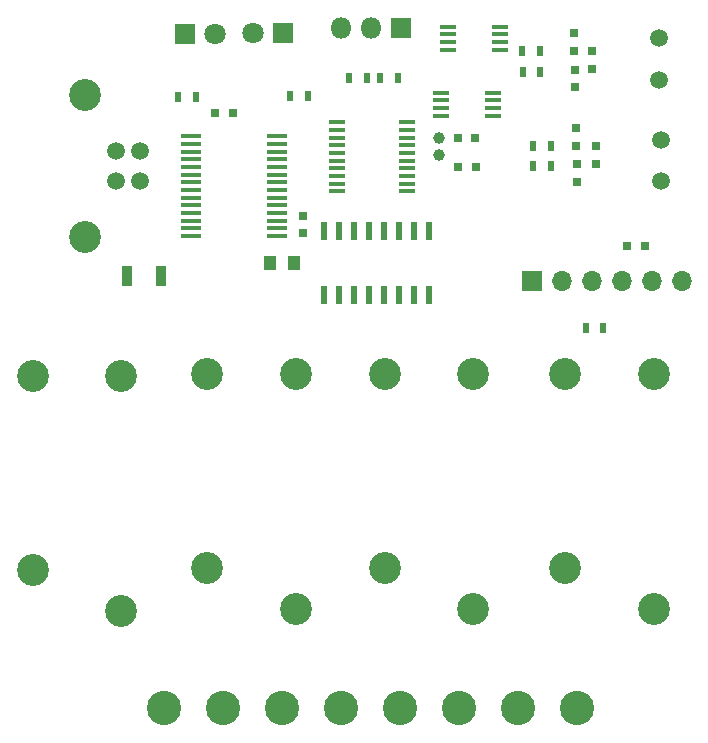
<source format=gts>
G04 #@! TF.GenerationSoftware,KiCad,Pcbnew,(2017-01-27 revision d0c46a8)-makepkg*
G04 #@! TF.CreationDate,2017-03-06T20:45:13-05:00*
G04 #@! TF.ProjectId,reflowoven,7265666C6F776F76656E2E6B69636164,rev?*
G04 #@! TF.FileFunction,Soldermask,Top*
G04 #@! TF.FilePolarity,Negative*
%FSLAX46Y46*%
G04 Gerber Fmt 4.6, Leading zero omitted, Abs format (unit mm)*
G04 Created by KiCad (PCBNEW (2017-01-27 revision d0c46a8)-makepkg) date 03/06/17 20:45:13*
%MOMM*%
%LPD*%
G01*
G04 APERTURE LIST*
%ADD10C,0.150000*%
%ADD11R,1.450000X0.450000*%
%ADD12R,0.600000X1.500000*%
%ADD13R,1.750000X0.450000*%
%ADD14R,0.500000X0.900000*%
%ADD15O,1.800000X1.800000*%
%ADD16R,1.800000X1.800000*%
%ADD17C,2.700000*%
%ADD18O,1.700000X1.700000*%
%ADD19R,1.700000X1.700000*%
%ADD20R,0.750000X0.800000*%
%ADD21C,1.500000*%
%ADD22C,2.900000*%
%ADD23R,0.800000X0.750000*%
%ADD24R,1.000000X1.250000*%
%ADD25C,1.800000*%
%ADD26R,0.900000X1.700000*%
%ADD27C,1.520000*%
%ADD28C,1.000000*%
G04 APERTURE END LIST*
D10*
D11*
X164499200Y-158412200D03*
X164499200Y-159062200D03*
X164499200Y-159712200D03*
X164499200Y-160362200D03*
X164499200Y-161012200D03*
X164499200Y-161662200D03*
X164499200Y-162312200D03*
X164499200Y-162962200D03*
X164499200Y-163612200D03*
X164499200Y-164262200D03*
X158599200Y-164262200D03*
X158599200Y-163612200D03*
X158599200Y-162962200D03*
X158599200Y-162312200D03*
X158599200Y-161662200D03*
X158599200Y-161012200D03*
X158599200Y-160362200D03*
X158599200Y-159712200D03*
X158599200Y-159062200D03*
X158599200Y-158412200D03*
D12*
X166370000Y-173040000D03*
X165100000Y-173040000D03*
X163830000Y-173040000D03*
X162560000Y-173040000D03*
X161290000Y-173040000D03*
X160020000Y-173040000D03*
X158750000Y-173040000D03*
X157480000Y-173040000D03*
X157480000Y-167640000D03*
X158750000Y-167640000D03*
X160020000Y-167640000D03*
X161290000Y-167640000D03*
X162560000Y-167640000D03*
X163830000Y-167640000D03*
X165100000Y-167640000D03*
X166370000Y-167640000D03*
D13*
X146260000Y-168055000D03*
X146260000Y-167405000D03*
X146260000Y-166755000D03*
X146260000Y-166105000D03*
X146260000Y-165455000D03*
X146260000Y-164805000D03*
X146260000Y-164155000D03*
X146260000Y-163505000D03*
X146260000Y-162855000D03*
X146260000Y-162205000D03*
X146260000Y-161555000D03*
X146260000Y-160905000D03*
X146260000Y-160255000D03*
X146260000Y-159605000D03*
X153460000Y-159605000D03*
X153460000Y-160255000D03*
X153460000Y-160905000D03*
X153460000Y-161555000D03*
X153460000Y-162205000D03*
X153460000Y-162855000D03*
X153460000Y-163505000D03*
X153460000Y-164155000D03*
X153460000Y-164805000D03*
X153460000Y-165455000D03*
X153460000Y-166105000D03*
X153460000Y-166755000D03*
X153460000Y-167405000D03*
X153460000Y-168055000D03*
D14*
X163741100Y-154673300D03*
X162241100Y-154673300D03*
D15*
X158902400Y-150469600D03*
X161442400Y-150469600D03*
D16*
X163982400Y-150469600D03*
D17*
X155083200Y-199637200D03*
X147583200Y-196137200D03*
X147583200Y-179737200D03*
X155083200Y-179737200D03*
X140325800Y-179889600D03*
X132825800Y-179889600D03*
X132825800Y-196289600D03*
X140325800Y-199789600D03*
D18*
X187756800Y-171881800D03*
X185216800Y-171881800D03*
X182676800Y-171881800D03*
X180136800Y-171881800D03*
X177596800Y-171881800D03*
D19*
X175056800Y-171881800D03*
D20*
X180467000Y-160413000D03*
X180467000Y-161913000D03*
X178677000Y-152388000D03*
X178677000Y-150888000D03*
X180187600Y-152386600D03*
X180187600Y-153886600D03*
X178714400Y-155474800D03*
X178714400Y-153974800D03*
X178841400Y-158914400D03*
X178841400Y-160414400D03*
X178866800Y-163462400D03*
X178866800Y-161962400D03*
D14*
X176695800Y-162102800D03*
X175195800Y-162102800D03*
X175195800Y-160426400D03*
X176695800Y-160426400D03*
X175769400Y-152374600D03*
X174269400Y-152374600D03*
X174306800Y-154127200D03*
X175806800Y-154127200D03*
D17*
X185410800Y-179737200D03*
X177910800Y-179737200D03*
X177910800Y-196137200D03*
X185410800Y-199637200D03*
D21*
X185978800Y-163418400D03*
X185978800Y-159918400D03*
X185851800Y-151310400D03*
X185851800Y-154810400D03*
D11*
X167386000Y-157865600D03*
X167386000Y-157215600D03*
X167386000Y-156565600D03*
X167386000Y-155915600D03*
X171786000Y-155915600D03*
X171786000Y-156565600D03*
X171786000Y-157215600D03*
X171786000Y-157865600D03*
D22*
X178902400Y-208026000D03*
X173902400Y-208026000D03*
X168902400Y-208026000D03*
X163902400Y-208026000D03*
X158902400Y-208026000D03*
X153902400Y-208026000D03*
X148902400Y-208026000D03*
X143902400Y-208026000D03*
D17*
X170120000Y-179737200D03*
X162620000Y-179737200D03*
X162620000Y-196137200D03*
X170120000Y-199637200D03*
D23*
X168820400Y-162191700D03*
X170320400Y-162191700D03*
D20*
X155727400Y-167818500D03*
X155727400Y-166318500D03*
D24*
X152911300Y-170345100D03*
X154911300Y-170345100D03*
D11*
X167944800Y-152267200D03*
X167944800Y-151617200D03*
X167944800Y-150967200D03*
X167944800Y-150317200D03*
X172344800Y-150317200D03*
X172344800Y-150967200D03*
X172344800Y-151617200D03*
X172344800Y-152267200D03*
D25*
X151434800Y-150901400D03*
D16*
X153974800Y-150901400D03*
D14*
X181140800Y-175818800D03*
X179640800Y-175818800D03*
D26*
X143690000Y-171450000D03*
X140790000Y-171450000D03*
D17*
X137209800Y-168102800D03*
X137209800Y-156102800D03*
D27*
X139909800Y-160832800D03*
X139909800Y-163372800D03*
X141909800Y-163372800D03*
X141909800Y-160832800D03*
D25*
X148285200Y-150952200D03*
D16*
X145745200Y-150952200D03*
D28*
X167182800Y-159715200D03*
X167182800Y-161215200D03*
D23*
X170282300Y-159715200D03*
X168782300Y-159715200D03*
X148246400Y-157607000D03*
X149746400Y-157607000D03*
X184671400Y-168935400D03*
X183171400Y-168935400D03*
D14*
X161100200Y-154660600D03*
X159600200Y-154660600D03*
X154583700Y-156235400D03*
X156083700Y-156235400D03*
X146622200Y-156286200D03*
X145122200Y-156286200D03*
M02*

</source>
